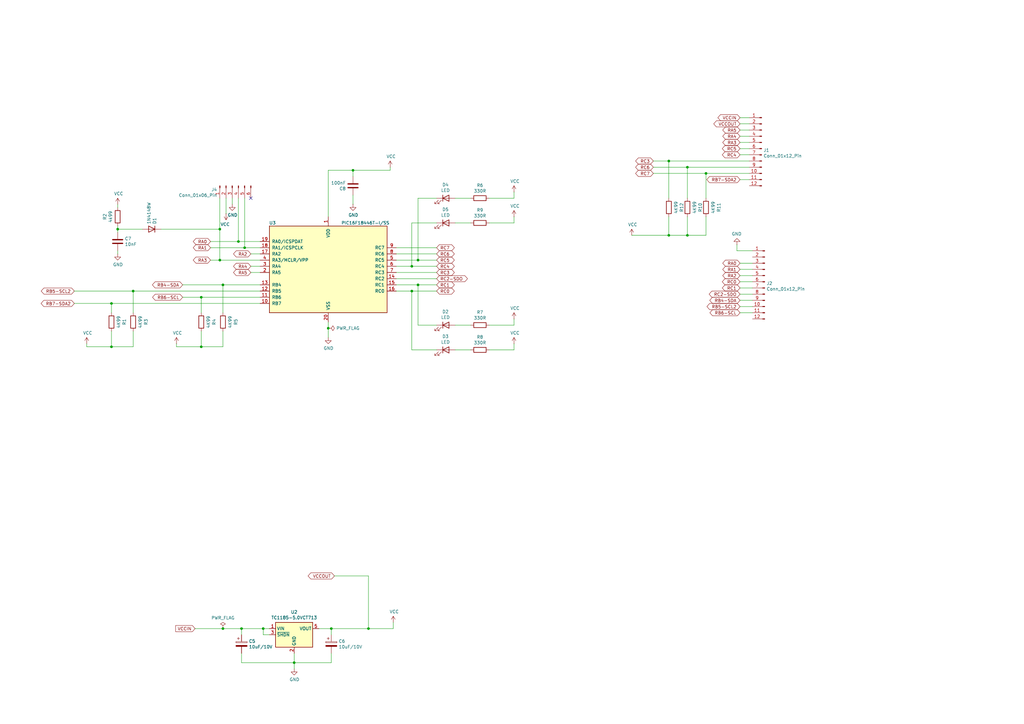
<source format=kicad_sch>
(kicad_sch (version 20231120) (generator "eeschema") (generator_version "8.0")
  (paper "A3")
  (title_block (title "PIC Break-Out Board") (date "2021-05-24") (rev "V1"))
  (lib_symbols
    (symbol "Connector:Conn_01x06_Pin" (pin_names (offset 1.016) hide)
      (property "Reference" "J" (at 0 7.62 0))
      (property "Value" "Conn_01x06_Pin" (at 0 -10.16 0))
      (symbol "Conn_01x06_Pin_1_1"
        (polyline (pts (xy 1.27 -7.62) (xy 0.8636 -7.62)) (stroke (width 0.1524)))
        (polyline (pts (xy 1.27 -5.08) (xy 0.8636 -5.08)) (stroke (width 0.1524)))
        (polyline (pts (xy 1.27 -2.54) (xy 0.8636 -2.54)) (stroke (width 0.1524)))
        (polyline (pts (xy 1.27 0) (xy 0.8636 0)) (stroke (width 0.1524)))
        (polyline (pts (xy 1.27 2.54) (xy 0.8636 2.54)) (stroke (width 0.1524)))
        (polyline (pts (xy 1.27 5.08) (xy 0.8636 5.08)) (stroke (width 0.1524)))
        (rectangle (start 0.8636 -7.493) (end 0 -7.747) (stroke (width 0.1524)) (fill (type outline)))
        (rectangle (start 0.8636 -4.953) (end 0 -5.207) (stroke (width 0.1524)) (fill (type outline)))
        (rectangle (start 0.8636 -2.413) (end 0 -2.667) (stroke (width 0.1524)) (fill (type outline)))
        (rectangle (start 0.8636 0.127) (end 0 -0.127) (stroke (width 0.1524)) (fill (type outline)))
        (rectangle (start 0.8636 2.667) (end 0 2.413) (stroke (width 0.1524)) (fill (type outline)))
        (rectangle (start 0.8636 5.207) (end 0 4.953) (stroke (width 0.1524)) (fill (type outline)))
        (pin passive line (at 5.08 5.08 180) (length 3.81) (name "Pin_1") (number "1"))
        (pin passive line (at 5.08 2.54 180) (length 3.81) (name "Pin_2") (number "2"))
        (pin passive line (at 5.08 0 180) (length 3.81) (name "Pin_3") (number "3"))
        (pin passive line (at 5.08 -2.54 180) (length 3.81) (name "Pin_4") (number "4"))
        (pin passive line (at 5.08 -5.08 180) (length 3.81) (name "Pin_5") (number "5"))
        (pin passive line (at 5.08 -7.62 180) (length 3.81) (name "Pin_6") (number "6"))
      )
    )
    (symbol "Connector:Conn_01x12_Pin" (pin_names (offset 1.016) hide)
      (property "Reference" "J" (at 0 15.24 0))
      (property "Value" "Conn_01x12_Pin" (at 0 -17.78 0))
      (symbol "Conn_01x12_Pin_1_1"
        (polyline (pts (xy 1.27 -15.24) (xy 0.8636 -15.24)) (stroke (width 0.1524)))
        (polyline (pts (xy 1.27 -12.7) (xy 0.8636 -12.7)) (stroke (width 0.1524)))
        (polyline (pts (xy 1.27 -10.16) (xy 0.8636 -10.16)) (stroke (width 0.1524)))
        (polyline (pts (xy 1.27 -7.62) (xy 0.8636 -7.62)) (stroke (width 0.1524)))
        (polyline (pts (xy 1.27 -5.08) (xy 0.8636 -5.08)) (stroke (width 0.1524)))
        (polyline (pts (xy 1.27 -2.54) (xy 0.8636 -2.54)) (stroke (width 0.1524)))
        (polyline (pts (xy 1.27 0) (xy 0.8636 0)) (stroke (width 0.1524)))
        (polyline (pts (xy 1.27 2.54) (xy 0.8636 2.54)) (stroke (width 0.1524)))
        (polyline (pts (xy 1.27 5.08) (xy 0.8636 5.08)) (stroke (width 0.1524)))
        (polyline (pts (xy 1.27 7.62) (xy 0.8636 7.62)) (stroke (width 0.1524)))
        (polyline (pts (xy 1.27 10.16) (xy 0.8636 10.16)) (stroke (width 0.1524)))
        (polyline (pts (xy 1.27 12.7) (xy 0.8636 12.7)) (stroke (width 0.1524)))
        (rectangle (start 0.8636 -15.113) (end 0 -15.367) (stroke (width 0.1524)) (fill (type outline)))
        (rectangle (start 0.8636 -12.573) (end 0 -12.827) (stroke (width 0.1524)) (fill (type outline)))
        (rectangle (start 0.8636 -10.033) (end 0 -10.287) (stroke (width 0.1524)) (fill (type outline)))
        (rectangle (start 0.8636 -7.493) (end 0 -7.747) (stroke (width 0.1524)) (fill (type outline)))
        (rectangle (start 0.8636 -4.953) (end 0 -5.207) (stroke (width 0.1524)) (fill (type outline)))
        (rectangle (start 0.8636 -2.413) (end 0 -2.667) (stroke (width 0.1524)) (fill (type outline)))
        (rectangle (start 0.8636 0.127) (end 0 -0.127) (stroke (width 0.1524)) (fill (type outline)))
        (rectangle (start 0.8636 2.667) (end 0 2.413) (stroke (width 0.1524)) (fill (type outline)))
        (rectangle (start 0.8636 5.207) (end 0 4.953) (stroke (width 0.1524)) (fill (type outline)))
        (rectangle (start 0.8636 7.747) (end 0 7.493) (stroke (width 0.1524)) (fill (type outline)))
        (rectangle (start 0.8636 10.287) (end 0 10.033) (stroke (width 0.1524)) (fill (type outline)))
        (rectangle (start 0.8636 12.827) (end 0 12.573) (stroke (width 0.1524)) (fill (type outline)))
        (pin passive line (at 5.08 12.7 180) (length 3.81) (name "Pin_1") (number "1"))
        (pin passive line (at 5.08 -10.16 180) (length 3.81) (name "Pin_10") (number "10"))
        (pin passive line (at 5.08 -12.7 180) (length 3.81) (name "Pin_11") (number "11"))
        (pin passive line (at 5.08 -15.24 180) (length 3.81) (name "Pin_12") (number "12"))
        (pin passive line (at 5.08 10.16 180) (length 3.81) (name "Pin_2") (number "2"))
        (pin passive line (at 5.08 7.62 180) (length 3.81) (name "Pin_3") (number "3"))
        (pin passive line (at 5.08 5.08 180) (length 3.81) (name "Pin_4") (number "4"))
        (pin passive line (at 5.08 2.54 180) (length 3.81) (name "Pin_5") (number "5"))
        (pin passive line (at 5.08 0 180) (length 3.81) (name "Pin_6") (number "6"))
        (pin passive line (at 5.08 -2.54 180) (length 3.81) (name "Pin_7") (number "7"))
        (pin passive line (at 5.08 -5.08 180) (length 3.81) (name "Pin_8") (number "8"))
        (pin passive line (at 5.08 -7.62 180) (length 3.81) (name "Pin_9") (number "9"))
      )
    )
    (symbol "Device:C" (pin_numbers hide) (pin_names (offset 0.254))
      (property "Reference" "C" (at 0.635 2.54 0))
      (property "Value" "C" (at 0.635 -2.54 0))
      (symbol "C_0_1"
        (polyline (pts (xy -2.032 -0.762) (xy 2.032 -0.762)) (stroke (width 0.508)))
        (polyline (pts (xy -2.032 0.762) (xy 2.032 0.762)) (stroke (width 0.508)))
      )
      (symbol "C_1_1"
        (pin passive line (at 0 3.81 270) (length 2.794) (name "~") (number "1"))
        (pin passive line (at 0 -3.81 90) (length 2.794) (name "~") (number "2"))
      )
    )
    (symbol "Device:C_Polarized" (pin_numbers hide) (pin_names (offset 0.254))
      (property "Reference" "C" (at 0.635 2.54 0))
      (property "Value" "C_Polarized" (at 0.635 -2.54 0))
      (symbol "C_Polarized_0_1"
        (rectangle (start -2.286 0.508) (end 2.286 1.016))
        (polyline (pts (xy -1.778 2.286) (xy -0.762 2.286)))
        (polyline (pts (xy -1.27 2.794) (xy -1.27 1.778)))
        (rectangle (start 2.286 -0.508) (end -2.286 -1.016) (fill (type outline)))
      )
      (symbol "C_Polarized_1_1"
        (pin passive line (at 0 3.81 270) (length 2.794) (name "~") (number "1"))
        (pin passive line (at 0 -3.81 90) (length 2.794) (name "~") (number "2"))
      )
    )
    (symbol "Device:LED" (pin_numbers hide) (pin_names (offset 1.016) hide)
      (property "Reference" "D" (at 0 2.54 0))
      (property "Value" "LED" (at 0 -2.54 0))
      (symbol "LED_0_1"
        (polyline (pts (xy -1.27 -1.27) (xy -1.27 1.27)) (stroke (width 0.254)))
        (polyline (pts (xy -1.27 0) (xy 1.27 0)))
        (polyline (pts (xy 1.27 -1.27) (xy 1.27 1.27) (xy -1.27 0) (xy 1.27 -1.27)) (stroke (width 0.254)))
        (polyline (pts (xy -3.048 -0.762) (xy -4.572 -2.286) (xy -3.81 -2.286) (xy -4.572 -2.286) (xy -4.572 -1.524)))
        (polyline (pts (xy -1.778 -0.762) (xy -3.302 -2.286) (xy -2.54 -2.286) (xy -3.302 -2.286) (xy -3.302 -1.524)))
      )
      (symbol "LED_1_1"
        (pin passive line (at -3.81 0 0) (length 2.54) (name "K") (number "1"))
        (pin passive line (at 3.81 0 180) (length 2.54) (name "A") (number "2"))
      )
    )
    (symbol "Device:R" (pin_numbers hide) (pin_names (offset 0))
      (property "Reference" "R" (at 2.032 0 90))
      (property "Value" "R" (at 0 0 90))
      (symbol "R_0_1"
        (rectangle (start -1.016 -2.54) (end 1.016 2.54) (stroke (width 0.254)))
      )
      (symbol "R_1_1"
        (pin passive line (at 0 3.81 270) (length 1.27) (name "~") (number "1"))
        (pin passive line (at 0 -3.81 90) (length 1.27) (name "~") (number "2"))
      )
    )
    (symbol "Diode:1N4148W" (pin_numbers hide) (pin_names hide)
      (property "Reference" "D" (at 0 2.54 0))
      (property "Value" "1N4148W" (at 0 -2.54 0))
      (symbol "1N4148W_0_1"
        (polyline (pts (xy -1.27 1.27) (xy -1.27 -1.27)) (stroke (width 0.254)))
        (polyline (pts (xy 1.27 0) (xy -1.27 0)))
        (polyline (pts (xy 1.27 1.27) (xy 1.27 -1.27) (xy -1.27 0) (xy 1.27 1.27)) (stroke (width 0.254)))
      )
      (symbol "1N4148W_1_1"
        (pin passive line (at -3.81 0 0) (length 2.54) (name "K") (number "1"))
        (pin passive line (at 3.81 0 180) (length 2.54) (name "A") (number "2"))
      )
    )
    (symbol "MCU_Microchip_PIC16:PIC16F1829-IP" (pin_names (offset 1.016))
      (property "Reference" "U" (at -24.13 22.86 0))
      (property "Value" "PIC16F1829-IP" (at -24.13 20.32 0))
      (symbol "PIC16F1829-IP_0_1"
        (rectangle (start -24.13 19.05) (end 24.13 -16.51) (stroke (width 0.254)) (fill (type background)))
      )
      (symbol "PIC16F1829-IP_1_1"
        (pin power_in line (at 0 22.86 270) (length 3.81) (name "VDD") (number "1"))
        (pin bidirectional line (at -27.94 -12.7 0) (length 3.81) (name "RB7") (number "10"))
        (pin bidirectional line (at -27.94 -10.16 0) (length 3.81) (name "RB6") (number "11"))
        (pin bidirectional line (at -27.94 -7.62 0) (length 3.81) (name "RB5") (number "12"))
        (pin bidirectional line (at -27.94 -5.08 0) (length 3.81) (name "RB4") (number "13"))
        (pin bidirectional line (at 27.94 -2.54 180) (length 3.81) (name "RC2") (number "14"))
        (pin bidirectional line (at 27.94 -5.08 180) (length 3.81) (name "RC1") (number "15"))
        (pin bidirectional line (at 27.94 -7.62 180) (length 3.81) (name "RC0") (number "16"))
        (pin bidirectional line (at -27.94 7.62 0) (length 3.81) (name "RA2") (number "17"))
        (pin bidirectional line (at -27.94 10.16 0) (length 3.81) (name "RA1/ICSPCLK") (number "18"))
        (pin bidirectional line (at -27.94 12.7 0) (length 3.81) (name "RA0/ICSPDAT") (number "19"))
        (pin bidirectional line (at -27.94 0 0) (length 3.81) (name "RA5") (number "2"))
        (pin power_in line (at 0 -20.32 90) (length 3.81) (name "VSS") (number "20"))
        (pin bidirectional line (at -27.94 2.54 0) (length 3.81) (name "RA4") (number "3"))
        (pin bidirectional line (at -27.94 5.08 0) (length 3.81) (name "RA3/MCLR/VPP") (number "4"))
        (pin bidirectional line (at 27.94 5.08 180) (length 3.81) (name "RC5") (number "5"))
        (pin bidirectional line (at 27.94 2.54 180) (length 3.81) (name "RC4") (number "6"))
        (pin bidirectional line (at 27.94 0 180) (length 3.81) (name "RC3") (number "7"))
        (pin bidirectional line (at 27.94 7.62 180) (length 3.81) (name "RC6") (number "8"))
        (pin bidirectional line (at 27.94 10.16 180) (length 3.81) (name "RC7") (number "9"))
      )
    )
    (symbol "Regulator_Linear:TC1017-xCT"
      (property "Reference" "U" (at -6.35 6.35 0))
      (property "Value" "TC1017-xCT" (at 0 6.35 0))
      (symbol "TC1017-xCT_0_1"
        (rectangle (start -7.62 5.08) (end 7.62 -5.08) (stroke (width 0.254)) (fill (type background)))
      )
      (symbol "TC1017-xCT_1_1"
        (pin power_in line (at -10.16 2.54 0) (length 2.54) (name "VIN") (number "1"))
        (pin power_in line (at 0 -7.62 90) (length 2.54) (name "GND") (number "2"))
        (pin input line (at -10.16 0 0) (length 2.54) (name "~{SHDN}") (number "3"))
        (pin no_connect line (at 7.62 0 180) (length 2.54) hide (name "NC") (number "4"))
        (pin power_out line (at 10.16 2.54 180) (length 2.54) (name "VOUT") (number "5"))
      )
    )
    (symbol "power:GND" (power) (pin_numbers hide) (pin_names (offset 0) hide)
      (property "Value" "GND" (at 0 -3.81 0))
      (symbol "GND_0_1"
        (polyline (pts (xy 0 0) (xy 0 -1.27) (xy 1.27 -1.27) (xy 0 -2.54) (xy -1.27 -1.27) (xy 0 -1.27)))
      )
      (symbol "GND_1_1"
        (pin power_in line (at 0 0 270) (length 0) (name "~") (number "1"))
      )
    )
    (symbol "power:PWR_FLAG" (power) (pin_numbers hide) (pin_names (offset 0) hide)
      (property "Value" "PWR_FLAG" (at 0 3.81 0))
      (symbol "PWR_FLAG_0_0"
        (pin power_out line (at 0 0 90) (length 0) (name "~") (number "1"))
      )
      (symbol "PWR_FLAG_0_1"
        (polyline (pts (xy 0 0) (xy 0 1.27) (xy -1.016 1.905) (xy 0 2.54) (xy 1.016 1.905) (xy 0 1.27)))
      )
    )
    (symbol "power:VCC" (power) (pin_numbers hide) (pin_names (offset 0) hide)
      (property "Value" "VCC" (at 0 3.556 0))
      (symbol "VCC_0_1"
        (polyline (pts (xy -0.762 1.27) (xy 0 2.54)))
        (polyline (pts (xy 0 0) (xy 0 2.54)))
        (polyline (pts (xy 0 2.54) (xy 0.762 1.27)))
      )
      (symbol "VCC_1_1"
        (pin power_in line (at 0 0 90) (length 0) (name "~") (number "1"))
      )
    )
  )
  (junction (at 91.44 257.81))
  (junction (at 45.72 124.46))
  (junction (at 134.62 134.62))
  (junction (at 281.94 96.52))
  (junction (at 99.06 257.81))
  (junction (at 45.72 142.24))
  (junction (at 281.94 68.58))
  (junction (at 289.56 71.12))
  (junction (at 274.32 66.04))
  (junction (at 274.32 96.52))
  (junction (at 144.78 69.85))
  (junction (at 82.55 142.24))
  (junction (at 82.55 121.92))
  (junction (at 90.17 93.98))
  (junction (at 100.33 101.6))
  (junction (at 171.45 116.84))
  (junction (at 107.95 257.81))
  (junction (at 90.17 106.68))
  (junction (at 54.61 119.38))
  (junction (at 151.13 257.81))
  (junction (at 48.26 93.98))
  (junction (at 91.44 116.84))
  (junction (at 168.91 119.38))
  (junction (at 171.45 106.68))
  (junction (at 120.65 271.78))
  (junction (at 97.79 99.06))
  (junction (at 135.89 257.81))
  (junction (at 168.91 109.22))
  (no_connect (at 102.87 81.28))
  (wire (pts (xy 100.33 101.6) (xy 100.33 81.28)))
  (wire (pts (xy 74.93 116.84) (xy 91.44 116.84)))
  (wire (pts (xy 91.44 142.24) (xy 91.44 135.89)))
  (wire (pts (xy 54.61 142.24) (xy 54.61 135.89)))
  (wire (pts (xy 289.56 88.9) (xy 289.56 96.52)))
  (wire (pts (xy 179.07 109.22) (xy 168.91 109.22)))
  (wire (pts (xy 45.72 128.27) (xy 45.72 124.46)))
  (wire (pts (xy 162.56 116.84) (xy 171.45 116.84)))
  (wire (pts (xy 179.07 106.68) (xy 171.45 106.68)))
  (wire (pts (xy 54.61 128.27) (xy 54.61 119.38)))
  (wire (pts (xy 281.94 81.28) (xy 281.94 68.58)))
  (wire (pts (xy 30.48 124.46) (xy 45.72 124.46)))
  (wire (pts (xy 102.87 104.14) (xy 106.68 104.14)))
  (wire (pts (xy 171.45 133.35) (xy 171.45 116.84)))
  (wire (pts (xy 303.53 113.03) (xy 308.61 113.03)))
  (wire (pts (xy 72.39 140.97) (xy 72.39 142.24)))
  (wire (pts (xy 86.36 99.06) (xy 97.79 99.06)))
  (wire (pts (xy 135.89 260.35) (xy 135.89 257.81)))
  (wire (pts (xy 90.17 106.68) (xy 106.68 106.68)))
  (wire (pts (xy 274.32 96.52) (xy 281.94 96.52)))
  (wire (pts (xy 48.26 104.14) (xy 48.26 102.87)))
  (wire (pts (xy 82.55 128.27) (xy 82.55 121.92)))
  (wire (pts (xy 303.53 110.49) (xy 308.61 110.49)))
  (wire (pts (xy 95.25 83.82) (xy 95.25 81.28)))
  (wire (pts (xy 200.66 91.44) (xy 210.82 91.44)))
  (wire (pts (xy 289.56 71.12) (xy 307.34 71.12)))
  (wire (pts (xy 134.62 134.62) (xy 134.62 132.08)))
  (wire (pts (xy 107.95 260.35) (xy 107.95 257.81)))
  (wire (pts (xy 48.26 93.98) (xy 48.26 92.71)))
  (wire (pts (xy 303.53 118.11) (xy 308.61 118.11)))
  (wire (pts (xy 144.78 69.85) (xy 134.62 69.85)))
  (wire (pts (xy 179.07 91.44) (xy 168.91 91.44)))
  (wire (pts (xy 210.82 91.44) (xy 210.82 88.9)))
  (wire (pts (xy 110.49 260.35) (xy 107.95 260.35)))
  (wire (pts (xy 200.66 81.28) (xy 210.82 81.28)))
  (wire (pts (xy 307.34 50.8) (xy 303.53 50.8)))
  (wire (pts (xy 302.26 102.87) (xy 308.61 102.87)))
  (wire (pts (xy 107.95 257.81) (xy 110.49 257.81)))
  (wire (pts (xy 102.87 109.22) (xy 106.68 109.22)))
  (wire (pts (xy 179.07 111.76) (xy 162.56 111.76)))
  (wire (pts (xy 99.06 257.81) (xy 107.95 257.81)))
  (wire (pts (xy 168.91 109.22) (xy 162.56 109.22)))
  (wire (pts (xy 120.65 271.78) (xy 120.65 267.97)))
  (wire (pts (xy 106.68 99.06) (xy 97.79 99.06)))
  (wire (pts (xy 303.53 107.95) (xy 308.61 107.95)))
  (wire (pts (xy 82.55 135.89) (xy 82.55 142.24)))
  (wire (pts (xy 66.04 93.98) (xy 90.17 93.98)))
  (wire (pts (xy 91.44 116.84) (xy 106.68 116.84)))
  (wire (pts (xy 162.56 101.6) (xy 179.07 101.6)))
  (wire (pts (xy 259.08 96.52) (xy 274.32 96.52)))
  (wire (pts (xy 303.53 125.73) (xy 308.61 125.73)))
  (wire (pts (xy 171.45 116.84) (xy 179.07 116.84)))
  (wire (pts (xy 30.48 119.38) (xy 54.61 119.38)))
  (wire (pts (xy 48.26 95.25) (xy 48.26 93.98)))
  (wire (pts (xy 134.62 138.43) (xy 134.62 134.62)))
  (wire (pts (xy 144.78 83.82) (xy 144.78 80.01)))
  (wire (pts (xy 90.17 93.98) (xy 90.17 106.68)))
  (wire (pts (xy 267.97 71.12) (xy 289.56 71.12)))
  (wire (pts (xy 144.78 69.85) (xy 144.78 72.39)))
  (wire (pts (xy 92.71 87.63) (xy 92.71 81.28)))
  (wire (pts (xy 162.56 119.38) (xy 168.91 119.38)))
  (wire (pts (xy 91.44 128.27) (xy 91.44 116.84)))
  (wire (pts (xy 80.01 257.81) (xy 91.44 257.81)))
  (wire (pts (xy 168.91 91.44) (xy 168.91 109.22)))
  (wire (pts (xy 303.53 60.96) (xy 307.34 60.96)))
  (wire (pts (xy 48.26 85.09) (xy 48.26 83.82)))
  (wire (pts (xy 179.07 143.51) (xy 168.91 143.51)))
  (wire (pts (xy 86.36 106.68) (xy 90.17 106.68)))
  (wire (pts (xy 130.81 257.81) (xy 135.89 257.81)))
  (wire (pts (xy 168.91 119.38) (xy 179.07 119.38)))
  (wire (pts (xy 267.97 66.04) (xy 274.32 66.04)))
  (wire (pts (xy 90.17 81.28) (xy 90.17 93.98)))
  (wire (pts (xy 35.56 140.97) (xy 35.56 142.24)))
  (wire (pts (xy 307.34 48.26) (xy 303.53 48.26)))
  (wire (pts (xy 302.26 100.33) (xy 302.26 102.87)))
  (wire (pts (xy 308.61 123.19) (xy 303.53 123.19)))
  (wire (pts (xy 171.45 133.35) (xy 179.07 133.35)))
  (wire (pts (xy 303.53 63.5) (xy 307.34 63.5)))
  (wire (pts (xy 161.29 257.81) (xy 151.13 257.81)))
  (wire (pts (xy 91.44 257.81) (xy 99.06 257.81)))
  (wire (pts (xy 200.66 143.51) (xy 210.82 143.51)))
  (wire (pts (xy 274.32 81.28) (xy 274.32 66.04)))
  (wire (pts (xy 281.94 96.52) (xy 281.94 88.9)))
  (wire (pts (xy 120.65 271.78) (xy 135.89 271.78)))
  (wire (pts (xy 74.93 121.92) (xy 82.55 121.92)))
  (wire (pts (xy 45.72 124.46) (xy 106.68 124.46)))
  (wire (pts (xy 171.45 81.28) (xy 179.07 81.28)))
  (wire (pts (xy 186.69 133.35) (xy 193.04 133.35)))
  (wire (pts (xy 106.68 101.6) (xy 100.33 101.6)))
  (wire (pts (xy 45.72 142.24) (xy 54.61 142.24)))
  (wire (pts (xy 171.45 106.68) (xy 162.56 106.68)))
  (wire (pts (xy 97.79 99.06) (xy 97.79 81.28)))
  (wire (pts (xy 186.69 91.44) (xy 193.04 91.44)))
  (wire (pts (xy 168.91 143.51) (xy 168.91 119.38)))
  (wire (pts (xy 186.69 143.51) (xy 193.04 143.51)))
  (wire (pts (xy 289.56 81.28) (xy 289.56 71.12)))
  (wire (pts (xy 35.56 142.24) (xy 45.72 142.24)))
  (wire (pts (xy 307.34 55.88) (xy 303.53 55.88)))
  (wire (pts (xy 135.89 257.81) (xy 151.13 257.81)))
  (wire (pts (xy 99.06 271.78) (xy 120.65 271.78)))
  (wire (pts (xy 134.62 69.85) (xy 134.62 88.9)))
  (wire (pts (xy 308.61 128.27) (xy 303.53 128.27)))
  (wire (pts (xy 210.82 81.28) (xy 210.82 78.74)))
  (wire (pts (xy 82.55 142.24) (xy 91.44 142.24)))
  (wire (pts (xy 186.69 81.28) (xy 193.04 81.28)))
  (wire (pts (xy 303.53 53.34) (xy 307.34 53.34)))
  (wire (pts (xy 45.72 135.89) (xy 45.72 142.24)))
  (wire (pts (xy 135.89 271.78) (xy 135.89 267.97)))
  (wire (pts (xy 210.82 133.35) (xy 210.82 130.81)))
  (wire (pts (xy 267.97 68.58) (xy 281.94 68.58)))
  (wire (pts (xy 289.56 96.52) (xy 281.94 96.52)))
  (wire (pts (xy 308.61 115.57) (xy 303.53 115.57)))
  (wire (pts (xy 102.87 111.76) (xy 106.68 111.76)))
  (wire (pts (xy 58.42 93.98) (xy 48.26 93.98)))
  (wire (pts (xy 162.56 104.14) (xy 179.07 104.14)))
  (wire (pts (xy 160.02 68.58) (xy 160.02 69.85)))
  (wire (pts (xy 144.78 69.85) (xy 160.02 69.85)))
  (wire (pts (xy 171.45 81.28) (xy 171.45 106.68)))
  (wire (pts (xy 200.66 133.35) (xy 210.82 133.35)))
  (wire (pts (xy 72.39 142.24) (xy 82.55 142.24)))
  (wire (pts (xy 86.36 101.6) (xy 100.33 101.6)))
  (wire (pts (xy 303.53 120.65) (xy 308.61 120.65)))
  (wire (pts (xy 303.53 73.66) (xy 307.34 73.66)))
  (wire (pts (xy 106.68 119.38) (xy 54.61 119.38)))
  (wire (pts (xy 99.06 267.97) (xy 99.06 271.78)))
  (wire (pts (xy 82.55 121.92) (xy 106.68 121.92)))
  (wire (pts (xy 210.82 143.51) (xy 210.82 140.97)))
  (wire (pts (xy 303.53 58.42) (xy 307.34 58.42)))
  (wire (pts (xy 179.07 114.3) (xy 162.56 114.3)))
  (wire (pts (xy 281.94 68.58) (xy 307.34 68.58)))
  (wire (pts (xy 274.32 66.04) (xy 307.34 66.04)))
  (wire (pts (xy 274.32 88.9) (xy 274.32 96.52)))
  (wire (pts (xy 99.06 260.35) (xy 99.06 257.81)))
  (wire (pts (xy 161.29 255.27) (xy 161.29 257.81)))
  (wire (pts (xy 137.16 236.22) (xy 151.13 236.22)))
  (wire (pts (xy 151.13 236.22) (xy 151.13 257.81)))
  (wire (pts (xy 120.65 274.32) (xy 120.65 271.78)))
  (global_label "RC1" (shape bidirectional) (at 179.07 116.84 0) (property "Intersheetrefs" "${INTERSHEET_REFS}" (effects (hide yes))))
  (global_label "RA4" (shape bidirectional) (at 102.87 109.22 180) (property "Intersheetrefs" "${INTERSHEET_REFS}" (effects (hide yes))))
  (global_label "RB6-SCL" (shape bidirectional) (at 74.93 121.92 180) (property "Intersheetrefs" "${INTERSHEET_REFS}" (effects (hide yes))))
  (global_label "RC1" (shape bidirectional) (at 303.53 118.11 180) (property "Intersheetrefs" "${INTERSHEET_REFS}" (effects (hide yes))))
  (global_label "RA5" (shape bidirectional) (at 303.53 53.34 180) (property "Intersheetrefs" "${INTERSHEET_REFS}" (effects (hide yes))))
  (global_label "RC4" (shape bidirectional) (at 179.07 109.22 0) (property "Intersheetrefs" "${INTERSHEET_REFS}" (effects (hide yes))))
  (global_label "RC0" (shape bidirectional) (at 179.07 119.38 0) (property "Intersheetrefs" "${INTERSHEET_REFS}" (effects (hide yes))))
  (global_label "RC7" (shape bidirectional) (at 179.07 101.6 0) (property "Intersheetrefs" "${INTERSHEET_REFS}" (effects (hide yes))))
  (global_label "RC3" (shape bidirectional) (at 267.97 66.04 180) (property "Intersheetrefs" "${INTERSHEET_REFS}" (effects (hide yes))))
  (global_label "VCCOUT" (shape bidirectional) (at 137.16 236.22 180) (property "Intersheetrefs" "${INTERSHEET_REFS}" (effects (hide yes))))
  (global_label "RA0" (shape bidirectional) (at 303.53 107.95 180) (property "Intersheetrefs" "${INTERSHEET_REFS}" (effects (hide yes))))
  (global_label "VCCIN" (shape bidirectional) (at 303.53 48.26 180) (property "Intersheetrefs" "${INTERSHEET_REFS}" (effects (hide yes))))
  (global_label "RB7-SDA2" (shape bidirectional) (at 303.53 73.66 180) (property "Intersheetrefs" "${INTERSHEET_REFS}" (effects (hide yes))))
  (global_label "RB7-SDA2" (shape bidirectional) (at 30.48 124.46 180) (property "Intersheetrefs" "${INTERSHEET_REFS}" (effects (hide yes))))
  (global_label "RB4-SDA" (shape bidirectional) (at 74.93 116.84 180) (property "Intersheetrefs" "${INTERSHEET_REFS}" (effects (hide yes))))
  (global_label "RC2-SDO" (shape bidirectional) (at 179.07 114.3 0) (property "Intersheetrefs" "${INTERSHEET_REFS}" (effects (hide yes))))
  (global_label "RA3" (shape bidirectional) (at 303.53 58.42 180) (property "Intersheetrefs" "${INTERSHEET_REFS}" (effects (hide yes))))
  (global_label "RC5" (shape bidirectional) (at 303.53 60.96 180) (property "Intersheetrefs" "${INTERSHEET_REFS}" (effects (hide yes))))
  (global_label "RA3" (shape bidirectional) (at 86.36 106.68 180) (property "Intersheetrefs" "${INTERSHEET_REFS}" (effects (hide yes))))
  (global_label "RB6-SCL" (shape bidirectional) (at 303.53 128.27 180) (property "Intersheetrefs" "${INTERSHEET_REFS}" (effects (hide yes))))
  (global_label "VCCIN" (shape input) (at 80.01 257.81 180) (property "Intersheetrefs" "${INTERSHEET_REFS}" (effects (hide yes))))
  (global_label "RA4" (shape bidirectional) (at 303.53 55.88 180) (property "Intersheetrefs" "${INTERSHEET_REFS}" (effects (hide yes))))
  (global_label "RC3" (shape bidirectional) (at 179.07 111.76 0) (property "Intersheetrefs" "${INTERSHEET_REFS}" (effects (hide yes))))
  (global_label "RA5" (shape bidirectional) (at 102.87 111.76 180) (property "Intersheetrefs" "${INTERSHEET_REFS}" (effects (hide yes))))
  (global_label "RA2" (shape bidirectional) (at 102.87 104.14 180) (property "Intersheetrefs" "${INTERSHEET_REFS}" (effects (hide yes))))
  (global_label "VCCOUT" (shape bidirectional) (at 303.53 50.8 180) (property "Intersheetrefs" "${INTERSHEET_REFS}" (effects (hide yes))))
  (global_label "RA0" (shape bidirectional) (at 86.36 99.06 180) (property "Intersheetrefs" "${INTERSHEET_REFS}" (effects (hide yes))))
  (global_label "RC6" (shape bidirectional) (at 267.97 68.58 180) (property "Intersheetrefs" "${INTERSHEET_REFS}" (effects (hide yes))))
  (global_label "RC6" (shape bidirectional) (at 179.07 104.14 0) (property "Intersheetrefs" "${INTERSHEET_REFS}" (effects (hide yes))))
  (global_label "RC2-SDO" (shape bidirectional) (at 303.53 120.65 180) (property "Intersheetrefs" "${INTERSHEET_REFS}" (effects (hide yes))))
  (global_label "RC7" (shape bidirectional) (at 267.97 71.12 180) (property "Intersheetrefs" "${INTERSHEET_REFS}" (effects (hide yes))))
  (global_label "RB5-SCL2" (shape bidirectional) (at 30.48 119.38 180) (property "Intersheetrefs" "${INTERSHEET_REFS}" (effects (hide yes))))
  (global_label "RB4-SDA" (shape bidirectional) (at 303.53 123.19 180) (property "Intersheetrefs" "${INTERSHEET_REFS}" (effects (hide yes))))
  (global_label "RC4" (shape bidirectional) (at 303.53 63.5 180) (property "Intersheetrefs" "${INTERSHEET_REFS}" (effects (hide yes))))
  (global_label "RA2" (shape bidirectional) (at 303.53 113.03 180) (property "Intersheetrefs" "${INTERSHEET_REFS}" (effects (hide yes))))
  (global_label "RC5" (shape bidirectional) (at 179.07 106.68 0) (property "Intersheetrefs" "${INTERSHEET_REFS}" (effects (hide yes))))
  (global_label "RB5-SCL2" (shape bidirectional) (at 303.53 125.73 180) (property "Intersheetrefs" "${INTERSHEET_REFS}" (effects (hide yes))))
  (global_label "RA1" (shape bidirectional) (at 303.53 110.49 180) (property "Intersheetrefs" "${INTERSHEET_REFS}" (effects (hide yes))))
  (global_label "RA1" (shape bidirectional) (at 86.36 101.6 180) (property "Intersheetrefs" "${INTERSHEET_REFS}" (effects (hide yes))))
  (global_label "RC0" (shape bidirectional) (at 303.53 115.57 180) (property "Intersheetrefs" "${INTERSHEET_REFS}" (effects (hide yes))))
  (symbol (lib_id "power:GND") (at 302.26 100.33 180) (unit 1)
    (property "Reference" "#PWR0101" (effects (hide yes)))
    (property "Value" "GND" (at 302.133 95.9358 0))
    (property "Description" "Power symbol creates a global label with name \"GND\" , ground" (effects (hide yes)))
  )
  (symbol (lib_id "power:PWR_FLAG") (at 91.44 257.81 0) (unit 1)
    (property "Reference" "#FLG0101" (effects (hide yes)))
    (property "Value" "PWR_FLAG" (at 91.44 253.4158 0))
    (property "Description" "Special symbol for telling ERC where power comes from" (effects (hide yes)))
  )
  (symbol (lib_id "Regulator_Linear:TC1017-xCT") (at 120.65 260.35 0) (unit 1)
    (property "Reference" "U2" (at 120.65 251.0282 0))
    (property "Value" "TC1185-5.0VCT713" (at 120.65 253.3396 0))
    (property "Footprint" "Package_TO_SOT_SMD:SOT-23-5" (effects (hide yes)))
    (property "Datasheet" "http://ww1.microchip.com/downloads/en/DeviceDoc/21813F.pdf" (effects (hide yes)))
    (property "Description" "150mA, Tiny CMOS LDO With Shutdown, SOT-23-5" (effects (hide yes)))
  )
  (symbol (lib_id "Device:C_Polarized") (at 135.89 264.16 0) (unit 1)
    (property "Reference" "C6" (at 138.8872 262.9916 0) (effects (justify left)))
    (property "Value" "10uF/10V" (at 138.8872 265.303 0) (effects (justify left)))
    (property "Footprint" "Capacitor_Tantalum_SMD:CP_EIA-2012-15_AVX-P_Pad1.30x1.05mm_HandSolder" (effects (hide yes)))
    (property "Description" "Polarized capacitor" (effects (hide yes)))
  )
  (symbol (lib_id "Device:C_Polarized") (at 99.06 264.16 0) (unit 1)
    (property "Reference" "C5" (at 102.0572 262.9916 0) (effects (justify left)))
    (property "Value" "10uF/10V" (at 102.0572 265.303 0) (effects (justify left)))
    (property "Footprint" "Capacitor_Tantalum_SMD:CP_EIA-2012-15_AVX-P_Pad1.30x1.05mm_HandSolder" (effects (hide yes)))
    (property "Description" "Polarized capacitor" (effects (hide yes)))
  )
  (symbol (lib_id "power:GND") (at 120.65 274.32 0) (unit 1)
    (property "Reference" "#PWR0122" (effects (hide yes)))
    (property "Value" "GND" (at 120.777 278.7142 0))
    (property "Description" "Power symbol creates a global label with name \"GND\" , ground" (effects (hide yes)))
  )
  (symbol (lib_id "power:VCC") (at 35.56 140.97 0) (unit 1)
    (property "Reference" "#PWR0103" (effects (hide yes)))
    (property "Value" "VCC" (at 35.941 136.5758 0))
    (property "Description" "Power symbol creates a global label with name \"VCC\"" (effects (hide yes)))
  )
  (symbol (lib_id "power:VCC") (at 72.39 140.97 0) (unit 1)
    (property "Reference" "#PWR0115" (effects (hide yes)))
    (property "Value" "VCC" (at 72.771 136.5758 0))
    (property "Description" "Power symbol creates a global label with name \"VCC\"" (effects (hide yes)))
  )
  (symbol (lib_id "power:VCC") (at 48.26 83.82 0) (unit 1)
    (property "Reference" "#PWR0116" (effects (hide yes)))
    (property "Value" "VCC" (at 48.641 79.4258 0))
    (property "Description" "Power symbol creates a global label with name \"VCC\"" (effects (hide yes)))
  )
  (symbol (lib_id "power:VCC") (at 92.71 87.63 180) (unit 1)
    (property "Reference" "#PWR0119" (effects (hide yes)))
    (property "Value" "VCC" (at 92.329 92.0242 0))
    (property "Description" "Power symbol creates a global label with name \"VCC\"" (effects (hide yes)))
  )
  (symbol (lib_id "Device:C") (at 144.78 76.2 180) (unit 1)
    (property "Reference" "C8" (at 141.859 77.3684 0) (effects (justify left)))
    (property "Value" "100nF" (at 141.859 75.057 0) (effects (justify left)))
    (property "Footprint" "Capacitor_SMD:C_0603_1608Metric_Pad1.08x0.95mm_HandSolder" (effects (hide yes)))
    (property "Description" "Unpolarized capacitor" (effects (hide yes)))
    (property "manf#" "CL10B104KB8NNNL" (effects (hide yes)))
  )
  (symbol (lib_id "power:GND") (at 134.62 138.43 0) (unit 1)
    (property "Reference" "#PWR0102" (effects (hide yes)))
    (property "Value" "GND" (at 134.747 142.8242 0))
    (property "Description" "Power symbol creates a global label with name \"GND\" , ground" (effects (hide yes)))
  )
  (symbol (lib_id "power:PWR_FLAG") (at 134.62 134.62 270) (unit 1)
    (property "Reference" "#FLG0102" (effects (hide yes)))
    (property "Value" "PWR_FLAG" (at 137.8712 134.62 90) (effects (justify left)))
    (property "Description" "Special symbol for telling ERC where power comes from" (effects (hide yes)))
  )
  (symbol (lib_id "MCU_Microchip_PIC16:PIC16F1829-IP") (at 134.62 111.76 0) (unit 1)
    (property "Reference" "U3" (at 111.76 91.44 0))
    (property "Value" "PIC16F18446T-I/SS" (at 149.86 91.44 0))
    (property "Footprint" "Package_SO:SSOP-20_5.3x7.2mm_P0.65mm" (effects (hide yes)))
    (property "Datasheet" "http://ww1.microchip.com/downloads/en/DeviceDoc/41440C.pdf" (effects (hide yes)))
    (property "Description" "Flash-Based, 8-Bit CMOS Microcontrollers, PDIP" (effects (hide yes)))
    (property "manf#" "PIC16F18446-I/SO" (effects (hide yes)))
  )
  (symbol (lib_id "Device:R") (at 82.55 132.08 180) (unit 1)
    (property "Reference" "R4" (at 87.8078 132.08 90))
    (property "Value" "4K99" (at 85.4964 132.08 90))
    (property "Footprint" "Resistor_SMD:R_0603_1608Metric_Pad0.98x0.95mm_HandSolder" (effects (hide yes)))
    (property "Description" "Resistor" (effects (hide yes)))
    (property "manf#" "RT0603FRE074K99L" (effects (hide yes)))
  )
  (symbol (lib_id "Device:R") (at 91.44 132.08 180) (unit 1)
    (property "Reference" "R5" (at 96.6978 132.08 90))
    (property "Value" "4K99" (at 94.3864 132.08 90))
    (property "Footprint" "Resistor_SMD:R_0603_1608Metric_Pad0.98x0.95mm_HandSolder" (effects (hide yes)))
    (property "Description" "Resistor" (effects (hide yes)))
    (property "manf#" "RT0603FRE074K99L" (effects (hide yes)))
  )
  (symbol (lib_id "Connector:Conn_01x06_Pin") (at 95.25 76.2 90) (mirror x) (unit 1)
    (property "Reference" "J4" (at 89.0524 77.7748 90) (effects (justify left)))
    (property "Value" "Conn_01x06_Pin" (at 89.0524 80.0862 90) (effects (justify left)))
    (property "Footprint" "Connector_PinHeader_2.54mm:PinHeader_1x06_P2.54mm_Vertical" (effects (hide yes)))
    (property "Description" "Generic connector, single row, 01x06, script generated" (effects (hide yes)))
  )
  (symbol (lib_id "power:GND") (at 95.25 83.82 0) (unit 1)
    (property "Reference" "#PWR0117" (effects (hide yes)))
    (property "Value" "GND" (at 95.377 88.2142 0))
    (property "Description" "Power symbol creates a global label with name \"GND\" , ground" (effects (hide yes)))
  )
  (symbol (lib_id "power:GND") (at 144.78 83.82 0) (unit 1)
    (property "Reference" "#PWR0118" (effects (hide yes)))
    (property "Value" "GND" (at 144.907 88.2142 0))
    (property "Description" "Power symbol creates a global label with name \"GND\" , ground" (effects (hide yes)))
  )
  (symbol (lib_id "Device:LED") (at 182.88 133.35 0) (unit 1)
    (property "Reference" "D2" (at 182.7022 127.8382 0))
    (property "Value" "LED" (at 182.7022 130.1496 0))
    (property "Footprint" "LED_SMD:LED_0805_2012Metric_Pad1.15x1.40mm_HandSolder" (effects (hide yes)))
    (property "Description" "Light emitting diode" (effects (hide yes)))
    (property "manf#" "LG R971-KN-1" (effects (hide yes)))
  )
  (symbol (lib_id "Device:LED") (at 182.88 143.51 0) (unit 1)
    (property "Reference" "D3" (at 182.7022 137.9982 0))
    (property "Value" "LED" (at 182.7022 140.3096 0))
    (property "Footprint" "LED_SMD:LED_0805_2012Metric_Pad1.15x1.40mm_HandSolder" (effects (hide yes)))
    (property "Description" "Light emitting diode" (effects (hide yes)))
    (property "manf#" "LG R971-KN-1" (effects (hide yes)))
  )
  (symbol (lib_id "Device:R") (at 196.85 133.35 270) (unit 1)
    (property "Reference" "R7" (at 196.85 128.0922 90))
    (property "Value" "330R" (at 196.85 130.4036 90))
    (property "Footprint" "Resistor_SMD:R_0603_1608Metric_Pad0.98x0.95mm_HandSolder" (effects (hide yes)))
    (property "Description" "Resistor" (effects (hide yes)))
    (property "manf#" "RT0603FRD07330RL" (effects (hide yes)))
  )
  (symbol (lib_id "Device:R") (at 196.85 143.51 270) (unit 1)
    (property "Reference" "R8" (at 196.85 138.2522 90))
    (property "Value" "330R" (at 196.85 140.5636 90))
    (property "Footprint" "Resistor_SMD:R_0603_1608Metric_Pad0.98x0.95mm_HandSolder" (effects (hide yes)))
    (property "Description" "Resistor" (effects (hide yes)))
    (property "manf#" "RT0603FRD07330RL" (effects (hide yes)))
  )
  (symbol (lib_id "Device:R") (at 45.72 132.08 180) (unit 1)
    (property "Reference" "R1" (at 50.9778 132.08 90))
    (property "Value" "4K99" (at 48.6664 132.08 90))
    (property "Footprint" "Resistor_SMD:R_0603_1608Metric_Pad0.98x0.95mm_HandSolder" (effects (hide yes)))
    (property "Description" "Resistor" (effects (hide yes)))
    (property "manf#" "RT0603FRE074K99L" (effects (hide yes)))
  )
  (symbol (lib_id "Device:R") (at 54.61 132.08 180) (unit 1)
    (property "Reference" "R3" (at 59.8678 132.08 90))
    (property "Value" "4K99" (at 57.5564 132.08 90))
    (property "Footprint" "Resistor_SMD:R_0603_1608Metric_Pad0.98x0.95mm_HandSolder" (effects (hide yes)))
    (property "Description" "Resistor" (effects (hide yes)))
    (property "manf#" "RT0603FRE074K99L" (effects (hide yes)))
  )
  (symbol (lib_id "Device:R") (at 48.26 88.9 0) (unit 1)
    (property "Reference" "R2" (at 43.0022 88.9 90))
    (property "Value" "4k99" (at 45.3136 88.9 90))
    (property "Footprint" "Resistor_SMD:R_0603_1608Metric_Pad0.98x0.95mm_HandSolder" (effects (hide yes)))
    (property "Description" "Resistor" (effects (hide yes)))
    (property "manf#" "RT0603FRE074K99L" (effects (hide yes)))
  )
  (symbol (lib_id "Device:C") (at 48.26 99.06 0) (unit 1)
    (property "Reference" "C7" (at 51.181 97.8916 0) (effects (justify left)))
    (property "Value" "10nF" (at 51.181 100.203 0) (effects (justify left)))
    (property "Footprint" "Capacitor_SMD:C_0603_1608Metric_Pad1.08x0.95mm_HandSolder" (effects (hide yes)))
    (property "Description" "Unpolarized capacitor" (effects (hide yes)))
    (property "manf#" "CL10B103KB8NNNC" (effects (hide yes)))
  )
  (symbol (lib_id "Diode:1N4148W") (at 62.23 93.98 0) (mirror y) (unit 1)
    (property "Reference" "D1" (at 63.3984 91.948 90) (effects (justify left)))
    (property "Value" "1N4148W" (at 61.087 91.948 90) (effects (justify left)))
    (property "Footprint" "Diode_SMD:D_SOD-123" (effects (hide yes)))
    (property "Datasheet" "https://www.vishay.com/docs/85748/1n4148w.pdf" (effects (hide yes)))
    (property "Description" "75V 0.15A Fast Switching Diode, SOD-123" (effects (hide yes)))
    (property "manf#" "1N4148W-7-F" (effects (hide yes)))
    (property "Sim.Device" "D" (effects (hide yes)))
    (property "Sim.Pins" "1=K 2=A" (effects (hide yes)))
  )
  (symbol (lib_id "power:GND") (at 48.26 104.14 0) (unit 1)
    (property "Reference" "#PWR0124" (effects (hide yes)))
    (property "Value" "GND" (at 48.387 108.5342 0))
    (property "Description" "Power symbol creates a global label with name \"GND\" , ground" (effects (hide yes)))
  )
  (symbol (lib_id "power:VCC") (at 210.82 130.81 0) (unit 1)
    (property "Reference" "#PWR0120" (effects (hide yes)))
    (property "Value" "VCC" (at 211.201 126.4158 0))
    (property "Description" "Power symbol creates a global label with name \"VCC\"" (effects (hide yes)))
  )
  (symbol (lib_id "power:VCC") (at 210.82 140.97 0) (unit 1)
    (property "Reference" "#PWR0121" (effects (hide yes)))
    (property "Value" "VCC" (at 211.201 136.5758 0))
    (property "Description" "Power symbol creates a global label with name \"VCC\"" (effects (hide yes)))
  )
  (symbol (lib_id "power:VCC") (at 160.02 68.58 0) (unit 1)
    (property "Reference" "#PWR0123" (effects (hide yes)))
    (property "Value" "VCC" (at 160.401 64.1858 0))
    (property "Description" "Power symbol creates a global label with name \"VCC\"" (effects (hide yes)))
  )
  (symbol (lib_id "power:VCC") (at 161.29 255.27 0) (unit 1)
    (property "Reference" "#PWR0128" (effects (hide yes)))
    (property "Value" "VCC" (at 161.671 250.8758 0))
    (property "Description" "Power symbol creates a global label with name \"VCC\"" (effects (hide yes)))
  )
  (symbol (lib_id "Device:LED") (at 182.88 81.28 0) (unit 1)
    (property "Reference" "D4" (at 182.7022 75.7682 0))
    (property "Value" "LED" (at 182.7022 78.0796 0))
    (property "Footprint" "LED_SMD:LED_0805_2012Metric_Pad1.15x1.40mm_HandSolder" (effects (hide yes)))
    (property "Description" "Light emitting diode" (effects (hide yes)))
    (property "manf#" "LG R971-KN-1" (effects (hide yes)))
  )
  (symbol (lib_id "Device:LED") (at 182.88 91.44 0) (unit 1)
    (property "Reference" "D5" (at 182.7022 85.9282 0))
    (property "Value" "LED" (at 182.7022 88.2396 0))
    (property "Footprint" "LED_SMD:LED_0805_2012Metric_Pad1.15x1.40mm_HandSolder" (effects (hide yes)))
    (property "Description" "Light emitting diode" (effects (hide yes)))
    (property "manf#" "LG R971-KN-1" (effects (hide yes)))
  )
  (symbol (lib_id "Device:R") (at 196.85 81.28 270) (unit 1)
    (property "Reference" "R6" (at 196.85 76.0222 90))
    (property "Value" "330R" (at 196.85 78.3336 90))
    (property "Footprint" "Resistor_SMD:R_0603_1608Metric_Pad0.98x0.95mm_HandSolder" (effects (hide yes)))
    (property "Description" "Resistor" (effects (hide yes)))
    (property "manf#" "RT0603FRD07330RL" (effects (hide yes)))
  )
  (symbol (lib_id "Device:R") (at 196.85 91.44 270) (unit 1)
    (property "Reference" "R9" (at 196.85 86.1822 90))
    (property "Value" "330R" (at 196.85 88.4936 90))
    (property "Footprint" "Resistor_SMD:R_0603_1608Metric_Pad0.98x0.95mm_HandSolder" (effects (hide yes)))
    (property "Description" "Resistor" (effects (hide yes)))
    (property "manf#" "RT0603FRD07330RL" (effects (hide yes)))
  )
  (symbol (lib_id "power:VCC") (at 210.82 78.74 0) (unit 1)
    (property "Reference" "#PWR0104" (effects (hide yes)))
    (property "Value" "VCC" (at 211.201 74.3458 0))
    (property "Description" "Power symbol creates a global label with name \"VCC\"" (effects (hide yes)))
  )
  (symbol (lib_id "power:VCC") (at 210.82 88.9 0) (unit 1)
    (property "Reference" "#PWR0105" (effects (hide yes)))
    (property "Value" "VCC" (at 211.201 84.5058 0))
    (property "Description" "Power symbol creates a global label with name \"VCC\"" (effects (hide yes)))
  )
  (symbol (lib_id "Device:R") (at 281.94 85.09 180) (unit 1)
    (property "Reference" "R10" (at 287.1978 85.09 90))
    (property "Value" "4K99" (at 284.8864 85.09 90))
    (property "Footprint" "Resistor_SMD:R_0603_1608Metric_Pad0.98x0.95mm_HandSolder" (effects (hide yes)))
    (property "Description" "Resistor" (effects (hide yes)))
    (property "manf#" "RT0603FRE074K99L" (effects (hide yes)))
  )
  (symbol (lib_id "Device:R") (at 289.56 85.09 180) (unit 1)
    (property "Reference" "R11" (at 294.8178 85.09 90))
    (property "Value" "4K99" (at 292.5064 85.09 90))
    (property "Footprint" "Resistor_SMD:R_0603_1608Metric_Pad0.98x0.95mm_HandSolder" (effects (hide yes)))
    (property "Description" "Resistor" (effects (hide yes)))
    (property "manf#" "RT0603FRE074K99L" (effects (hide yes)))
  )
  (symbol (lib_id "power:VCC") (at 259.08 96.52 0) (unit 1)
    (property "Reference" "#PWR0106" (effects (hide yes)))
    (property "Value" "VCC" (at 259.461 92.1258 0))
    (property "Description" "Power symbol creates a global label with name \"VCC\"" (effects (hide yes)))
  )
  (symbol (lib_id "Device:R") (at 274.32 85.09 180) (unit 1)
    (property "Reference" "R12" (at 279.5778 85.09 90))
    (property "Value" "4K99" (at 277.2664 85.09 90))
    (property "Footprint" "Resistor_SMD:R_0603_1608Metric_Pad0.98x0.95mm_HandSolder" (effects (hide yes)))
    (property "Description" "Resistor" (effects (hide yes)))
    (property "manf#" "RT0603FRE074K99L" (effects (hide yes)))
  )
  (symbol (lib_id "Connector:Conn_01x12_Pin") (at 312.42 60.96 0) (mirror y) (unit 1)
    (property "Reference" "J1" (at 313.1312 61.6204 0) (effects (justify right)))
    (property "Value" "Conn_01x12_Pin" (at 313.1312 63.9318 0) (effects (justify right)))
    (property "Footprint" "Connector_PinHeader_2.54mm:PinHeader_1x12_P2.54mm_Vertical" (effects (hide yes)))
    (property "Description" "Generic connector, single row, 01x12, script generated" (effects (hide yes)))
  )
  (symbol (lib_id "Connector:Conn_01x12_Pin") (at 313.69 115.57 0) (mirror y) (unit 1)
    (property "Reference" "J2" (at 314.4012 116.2304 0) (effects (justify right)))
    (property "Value" "Conn_01x12_Pin" (at 314.4012 118.5418 0) (effects (justify right)))
    (property "Footprint" "Connector_PinHeader_2.54mm:PinHeader_1x12_P2.54mm_Vertical" (effects (hide yes)))
    (property "Description" "Generic connector, single row, 01x12, script generated" (effects (hide yes)))
  )
)
</source>
